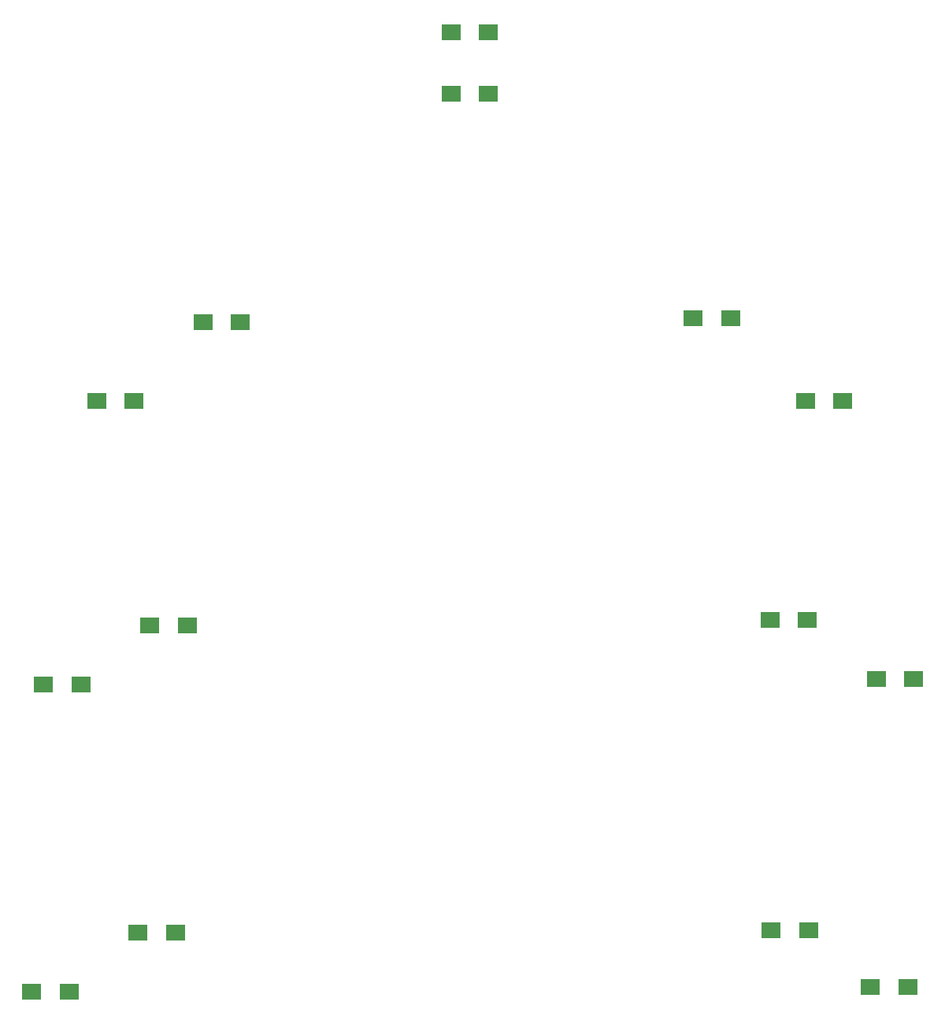
<source format=gbr>
G04 #@! TF.FileFunction,Paste,Bot*
%FSLAX46Y46*%
G04 Gerber Fmt 4.6, Leading zero omitted, Abs format (unit mm)*
G04 Created by KiCad (PCBNEW 4.0.6) date Monday, November 13, 2017 'PMt' 07:08:10 PM*
%MOMM*%
%LPD*%
G01*
G04 APERTURE LIST*
%ADD10C,0.100000*%
%ADD11R,2.000000X1.700000*%
G04 APERTURE END LIST*
D10*
D11*
X135350000Y-64770000D03*
X131350000Y-64770000D03*
X49435000Y-95250000D03*
X53435000Y-95250000D03*
X138335000Y-127762000D03*
X142335000Y-127762000D03*
X55150000Y-64770000D03*
X59150000Y-64770000D03*
X138970000Y-94615000D03*
X142970000Y-94615000D03*
X48165000Y-128270000D03*
X52165000Y-128270000D03*
X123285000Y-55880000D03*
X119285000Y-55880000D03*
X60865000Y-88900000D03*
X64865000Y-88900000D03*
X131667000Y-121666000D03*
X127667000Y-121666000D03*
X66580000Y-56261000D03*
X70580000Y-56261000D03*
X131540000Y-88265000D03*
X127540000Y-88265000D03*
X59595000Y-121920000D03*
X63595000Y-121920000D03*
X93250000Y-31750000D03*
X97250000Y-31750000D03*
X93250000Y-25146000D03*
X97250000Y-25146000D03*
M02*

</source>
